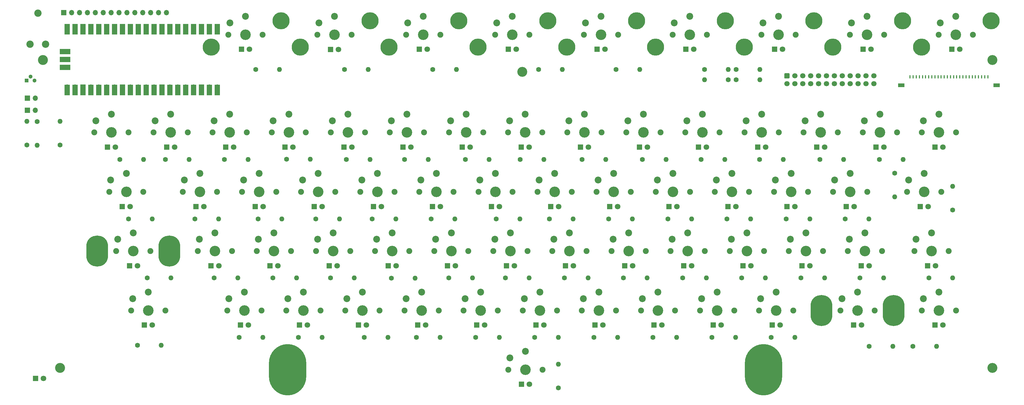
<source format=gbs>
G04 #@! TF.GenerationSoftware,KiCad,Pcbnew,(5.1.10)-1*
G04 #@! TF.CreationDate,2021-11-29T17:25:30-08:00*
G04 #@! TF.ProjectId,AtariChocXE,41746172-6943-4686-9f63-58452e6b6963,E*
G04 #@! TF.SameCoordinates,Original*
G04 #@! TF.FileFunction,Soldermask,Bot*
G04 #@! TF.FilePolarity,Negative*
%FSLAX46Y46*%
G04 Gerber Fmt 4.6, Leading zero omitted, Abs format (unit mm)*
G04 Created by KiCad (PCBNEW (5.1.10)-1) date 2021-11-29 17:25:30*
%MOMM*%
%LPD*%
G01*
G04 APERTURE LIST*
%ADD10R,1.800000X1.800000*%
%ADD11C,1.800000*%
%ADD12O,1.600000X1.600000*%
%ADD13C,1.600000*%
%ADD14O,1.700000X1.700000*%
%ADD15R,1.700000X1.700000*%
%ADD16R,1.700000X3.500000*%
%ADD17R,3.500000X1.700000*%
%ADD18C,2.200000*%
%ADD19C,1.900000*%
%ADD20C,3.400000*%
%ADD21O,12.000000X16.500000*%
%ADD22O,7.000000X10.000000*%
%ADD23C,5.500000*%
%ADD24C,2.340000*%
%ADD25R,1.300000X1.300000*%
%ADD26C,1.300000*%
%ADD27C,1.700000*%
%ADD28C,3.200000*%
%ADD29R,0.400000X1.000000*%
%ADD30R,2.000000X1.300000*%
G04 APERTURE END LIST*
D10*
X95590000Y-37300000D03*
D11*
X98130000Y-37300000D03*
D10*
X185590000Y-145060000D03*
D11*
X188130000Y-145060000D03*
D10*
X318490000Y-126010000D03*
D11*
X321030000Y-126010000D03*
D10*
X292290000Y-126010000D03*
D11*
X294830000Y-126010000D03*
D10*
X266190000Y-126010000D03*
D11*
X268730000Y-126010000D03*
D10*
X247190000Y-126010000D03*
D11*
X249730000Y-126010000D03*
D10*
X228190000Y-126010000D03*
D11*
X230730000Y-126010000D03*
D10*
X209190000Y-126010000D03*
D11*
X211730000Y-126010000D03*
D10*
X190190000Y-126010000D03*
D11*
X192730000Y-126010000D03*
D10*
X171190000Y-126010000D03*
D11*
X173730000Y-126010000D03*
D10*
X152190000Y-126010000D03*
D11*
X154730000Y-126010000D03*
D10*
X133190000Y-126010000D03*
D11*
X135730000Y-126010000D03*
D10*
X114190000Y-126010000D03*
D11*
X116730000Y-126010000D03*
D10*
X95190000Y-126010000D03*
D11*
X97730000Y-126010000D03*
D10*
X64340000Y-126010000D03*
D11*
X66880000Y-126010000D03*
D10*
X316140000Y-106960000D03*
D11*
X318680000Y-106960000D03*
D10*
X294740000Y-106960000D03*
D11*
X297280000Y-106960000D03*
D10*
X275740000Y-106960000D03*
D11*
X278280000Y-106960000D03*
D10*
X256740000Y-106960000D03*
D11*
X259280000Y-106960000D03*
D10*
X237740000Y-106960000D03*
D11*
X240280000Y-106960000D03*
D10*
X218740000Y-106960000D03*
D11*
X221280000Y-106960000D03*
D10*
X199740000Y-106960000D03*
D11*
X202280000Y-106960000D03*
D10*
X180740000Y-106960000D03*
D11*
X183280000Y-106960000D03*
D10*
X161740000Y-106960000D03*
D11*
X164280000Y-106960000D03*
D10*
X142740000Y-106960000D03*
D11*
X145280000Y-106960000D03*
D10*
X123740000Y-106960000D03*
D11*
X126280000Y-106960000D03*
D10*
X104740000Y-106960000D03*
D11*
X107280000Y-106960000D03*
D10*
X85740000Y-106960000D03*
D11*
X88280000Y-106960000D03*
D10*
X59540000Y-106960000D03*
D11*
X62080000Y-106960000D03*
D10*
X313740000Y-87860000D03*
D11*
X316280000Y-87860000D03*
D10*
X289940000Y-87860000D03*
D11*
X292480000Y-87860000D03*
D10*
X270940000Y-87860000D03*
D11*
X273480000Y-87860000D03*
D10*
X251940000Y-87860000D03*
D11*
X254480000Y-87860000D03*
D10*
X232940000Y-87860000D03*
D11*
X235480000Y-87860000D03*
D10*
X213940000Y-87860000D03*
D11*
X216480000Y-87860000D03*
D10*
X194940000Y-87860000D03*
D11*
X197480000Y-87860000D03*
D10*
X175940000Y-87860000D03*
D11*
X178480000Y-87860000D03*
D10*
X156940000Y-87860000D03*
D11*
X159480000Y-87860000D03*
D10*
X137940000Y-87860000D03*
D11*
X140480000Y-87860000D03*
D10*
X118940000Y-87860000D03*
D11*
X121480000Y-87860000D03*
D10*
X99940000Y-87860000D03*
D11*
X102480000Y-87860000D03*
D10*
X80940000Y-87860000D03*
D11*
X83480000Y-87860000D03*
D10*
X57240000Y-87860000D03*
D11*
X59780000Y-87860000D03*
D10*
X318490000Y-68760000D03*
D11*
X321030000Y-68760000D03*
D10*
X299490000Y-68760000D03*
D11*
X302030000Y-68760000D03*
D10*
X280490000Y-68760000D03*
D11*
X283030000Y-68760000D03*
D10*
X261490000Y-68760000D03*
D11*
X264030000Y-68760000D03*
D10*
X242490000Y-68760000D03*
D11*
X245030000Y-68760000D03*
D10*
X223490000Y-68760000D03*
D11*
X226030000Y-68760000D03*
D10*
X204490000Y-68760000D03*
D11*
X207030000Y-68760000D03*
D10*
X185490000Y-68760000D03*
D11*
X188030000Y-68760000D03*
D10*
X166490000Y-68760000D03*
D11*
X169030000Y-68760000D03*
D10*
X147490000Y-68760000D03*
D11*
X150030000Y-68760000D03*
D10*
X128490000Y-68760000D03*
D11*
X131030000Y-68760000D03*
D10*
X109490000Y-68760000D03*
D11*
X112030000Y-68760000D03*
D10*
X90490000Y-68760000D03*
D11*
X93030000Y-68760000D03*
D10*
X71490000Y-68760000D03*
D11*
X74030000Y-68760000D03*
D10*
X52490000Y-68760000D03*
D11*
X55030000Y-68760000D03*
D10*
X323890280Y-37300000D03*
D11*
X326430280Y-37300000D03*
D10*
X295388940Y-37300000D03*
D11*
X297928940Y-37300000D03*
D10*
X266900300Y-37300000D03*
D11*
X269440300Y-37300000D03*
D10*
X238391340Y-37300000D03*
D11*
X240931340Y-37300000D03*
D10*
X209897620Y-37300000D03*
D11*
X212437620Y-37300000D03*
D10*
X181315000Y-37300000D03*
D11*
X183855000Y-37300000D03*
D10*
X152740000Y-37306460D03*
D11*
X155280000Y-37306460D03*
D10*
X124160000Y-37310000D03*
D11*
X126700000Y-37310000D03*
D12*
X197410000Y-138640000D03*
D13*
X197410000Y-146260000D03*
D12*
X318980000Y-132860000D03*
D13*
X311360000Y-132860000D03*
D12*
X304930000Y-132860000D03*
D13*
X297310000Y-132860000D03*
D12*
X273430000Y-129960000D03*
D13*
X265810000Y-129960000D03*
D12*
X254430000Y-129960000D03*
D13*
X246810000Y-129960000D03*
D12*
X235430000Y-129960000D03*
D13*
X227810000Y-129960000D03*
D12*
X216430000Y-129960000D03*
D13*
X208810000Y-129960000D03*
D12*
X197430000Y-129960000D03*
D13*
X189810000Y-129960000D03*
D12*
X178430000Y-129960000D03*
D13*
X170810000Y-129960000D03*
D12*
X159430000Y-129960000D03*
D13*
X151810000Y-129960000D03*
D12*
X142630000Y-129960000D03*
D13*
X135010000Y-129960000D03*
D12*
X121430000Y-129960000D03*
D13*
X113810000Y-129960000D03*
D12*
X102430000Y-129960000D03*
D13*
X94810000Y-129960000D03*
D12*
X69730000Y-132510000D03*
D13*
X62110000Y-132510000D03*
D12*
X324130000Y-110860000D03*
D13*
X316510000Y-110860000D03*
D12*
X26560000Y-60490000D03*
D13*
X26560000Y-68110000D03*
D12*
X301980000Y-110860000D03*
D13*
X294360000Y-110860000D03*
D12*
X282980000Y-110860000D03*
D13*
X275360000Y-110860000D03*
D12*
X263980000Y-110860000D03*
D13*
X256360000Y-110860000D03*
D12*
X244980000Y-110860000D03*
D13*
X237360000Y-110860000D03*
D12*
X225980000Y-110860000D03*
D13*
X218360000Y-110860000D03*
D12*
X206980000Y-110860000D03*
D13*
X199360000Y-110860000D03*
D12*
X29860000Y-68130000D03*
D13*
X29860000Y-60510000D03*
D12*
X187980000Y-110860000D03*
D13*
X180360000Y-110860000D03*
D12*
X169830000Y-110860000D03*
D13*
X162210000Y-110860000D03*
D12*
X151380000Y-110910000D03*
D13*
X143760000Y-110910000D03*
D12*
X131830000Y-110860000D03*
D13*
X124210000Y-110860000D03*
D12*
X113280000Y-110860000D03*
D13*
X105660000Y-110860000D03*
D12*
X94380000Y-110860000D03*
D13*
X86760000Y-110860000D03*
D12*
X72830000Y-110860000D03*
D13*
X65210000Y-110860000D03*
D12*
X324160000Y-81340000D03*
D13*
X324160000Y-88960000D03*
D12*
X297230000Y-91910000D03*
D13*
X289610000Y-91910000D03*
D12*
X278230000Y-91860000D03*
D13*
X270610000Y-91860000D03*
D12*
X259230000Y-91910000D03*
D13*
X251610000Y-91910000D03*
D12*
X240230000Y-91910000D03*
D13*
X232610000Y-91910000D03*
D12*
X221180000Y-91910000D03*
D13*
X213560000Y-91910000D03*
D12*
X202180000Y-91910000D03*
D13*
X194560000Y-91910000D03*
D12*
X185030000Y-91910000D03*
D13*
X177410000Y-91910000D03*
D12*
X164180000Y-91860000D03*
D13*
X156560000Y-91860000D03*
D12*
X145180000Y-91860000D03*
D13*
X137560000Y-91860000D03*
D12*
X127030000Y-91860000D03*
D13*
X119410000Y-91860000D03*
D12*
X108530000Y-91860000D03*
D13*
X100910000Y-91860000D03*
D12*
X88180000Y-91860000D03*
D13*
X80560000Y-91860000D03*
D12*
X66830000Y-91860000D03*
D13*
X59210000Y-91860000D03*
D12*
X305510000Y-84780000D03*
D13*
X305510000Y-77160000D03*
D12*
X308280000Y-72710000D03*
D13*
X300660000Y-72710000D03*
D12*
X289080000Y-72710000D03*
D13*
X281460000Y-72710000D03*
D12*
X269730000Y-72710000D03*
D13*
X262110000Y-72710000D03*
D12*
X250930000Y-72710000D03*
D13*
X243310000Y-72710000D03*
D12*
X232080000Y-72710000D03*
D13*
X224460000Y-72710000D03*
D12*
X212680000Y-72710000D03*
D13*
X205060000Y-72710000D03*
D12*
X192780000Y-72710000D03*
D13*
X185160000Y-72710000D03*
D12*
X175130000Y-72710000D03*
D13*
X167510000Y-72710000D03*
D12*
X155580000Y-72710000D03*
D13*
X147960000Y-72710000D03*
D12*
X136880000Y-72710000D03*
D13*
X129260000Y-72710000D03*
D12*
X117680000Y-72660000D03*
D13*
X110060000Y-72660000D03*
D12*
X97710000Y-72710000D03*
D13*
X90090000Y-72710000D03*
D12*
X78730000Y-72710000D03*
D13*
X71110000Y-72710000D03*
D12*
X64030000Y-72710000D03*
D13*
X56410000Y-72710000D03*
D12*
X262203840Y-47062600D03*
D13*
X254583840Y-47062600D03*
D12*
X262214000Y-43786000D03*
D13*
X254594000Y-43786000D03*
D12*
X244434000Y-47088000D03*
D13*
X252054000Y-47088000D03*
D12*
X252054000Y-43786000D03*
D13*
X244434000Y-43786000D03*
D12*
X223606000Y-43786000D03*
D13*
X215986000Y-43786000D03*
D12*
X198714000Y-43786000D03*
D13*
X191094000Y-43786000D03*
D12*
X164678000Y-43786000D03*
D13*
X157058000Y-43786000D03*
D12*
X136260000Y-43786000D03*
D13*
X128640000Y-43786000D03*
D12*
X107782000Y-43786000D03*
D13*
X100162000Y-43786000D03*
D12*
X37220000Y-60425000D03*
D13*
X37220000Y-68045000D03*
D14*
X87740000Y-49480000D03*
X85200000Y-49480000D03*
D15*
X82660000Y-49480000D03*
D14*
X80120000Y-49480000D03*
X77580000Y-49480000D03*
X75040000Y-49480000D03*
X72500000Y-49480000D03*
D15*
X69960000Y-49480000D03*
D14*
X67420000Y-49480000D03*
X64880000Y-49480000D03*
X62340000Y-49480000D03*
X59800000Y-49480000D03*
D15*
X57260000Y-49480000D03*
D14*
X54720000Y-49480000D03*
X52180000Y-49480000D03*
X49640000Y-49480000D03*
X47100000Y-49480000D03*
D15*
X44560000Y-49480000D03*
D14*
X42020000Y-49480000D03*
X39480000Y-49480000D03*
X39480000Y-31700000D03*
X42020000Y-31700000D03*
D15*
X44560000Y-31700000D03*
D14*
X47100000Y-31700000D03*
X49640000Y-31700000D03*
X52180000Y-31700000D03*
X54720000Y-31700000D03*
D15*
X57260000Y-31700000D03*
D14*
X59800000Y-31700000D03*
X62340000Y-31700000D03*
X64880000Y-31700000D03*
X67420000Y-31700000D03*
D15*
X69960000Y-31700000D03*
D14*
X72500000Y-31700000D03*
X75040000Y-31700000D03*
X77580000Y-31700000D03*
X80120000Y-31700000D03*
D15*
X82660000Y-31700000D03*
D14*
X85200000Y-31700000D03*
X87740000Y-31700000D03*
D16*
X87740000Y-50380000D03*
X85200000Y-50380000D03*
X82660000Y-50380000D03*
X80120000Y-50380000D03*
X77580000Y-50380000D03*
X75040000Y-50380000D03*
X72500000Y-50380000D03*
X69960000Y-50380000D03*
X67420000Y-50380000D03*
X64880000Y-50380000D03*
X62340000Y-50380000D03*
X59800000Y-50380000D03*
X57260000Y-50380000D03*
X54720000Y-50380000D03*
X52180000Y-50380000D03*
X49640000Y-50380000D03*
X47100000Y-50380000D03*
X44560000Y-50380000D03*
X42020000Y-50380000D03*
X39480000Y-50380000D03*
X87740000Y-30800000D03*
X85200000Y-30800000D03*
X82660000Y-30800000D03*
X80120000Y-30800000D03*
X77580000Y-30800000D03*
X75040000Y-30800000D03*
X72500000Y-30800000D03*
X69960000Y-30800000D03*
X67420000Y-30800000D03*
X64880000Y-30800000D03*
X62340000Y-30800000D03*
X59800000Y-30800000D03*
X57260000Y-30800000D03*
X54720000Y-30800000D03*
X52180000Y-30800000D03*
X49640000Y-30800000D03*
X47100000Y-30800000D03*
X44560000Y-30800000D03*
X42020000Y-30800000D03*
X39480000Y-30800000D03*
D17*
X38810000Y-43130000D03*
D14*
X39710000Y-43130000D03*
D17*
X38810000Y-40590000D03*
D15*
X39710000Y-40590000D03*
D17*
X38810000Y-38050000D03*
D14*
X39710000Y-38050000D03*
D18*
X65610000Y-115430000D03*
X60610000Y-117530000D03*
D19*
X71110000Y-121330000D03*
X60110000Y-121330000D03*
D20*
X65610000Y-121330000D03*
D21*
X110360000Y-140380000D03*
X263360000Y-140380000D03*
D18*
X186860000Y-134480000D03*
X181860000Y-136580000D03*
D19*
X192360000Y-140380000D03*
X181360000Y-140380000D03*
D20*
X186860000Y-140380000D03*
D22*
X305185000Y-121330000D03*
X281985000Y-121330000D03*
D18*
X293585000Y-115430000D03*
X288585000Y-117530000D03*
D19*
X299085000Y-121330000D03*
X288085000Y-121330000D03*
D20*
X293585000Y-121330000D03*
D22*
X72400000Y-102230000D03*
X49200000Y-102230000D03*
D18*
X60800000Y-96330000D03*
X55800000Y-98430000D03*
D19*
X66300000Y-102230000D03*
X55300000Y-102230000D03*
D20*
X60800000Y-102230000D03*
D18*
X58520000Y-77260000D03*
X53520000Y-79360000D03*
D19*
X64020000Y-83160000D03*
X53020000Y-83160000D03*
D20*
X58520000Y-83160000D03*
D18*
X315020000Y-77260000D03*
X310020000Y-79360000D03*
D19*
X320520000Y-83160000D03*
X309520000Y-83160000D03*
D20*
X315020000Y-83160000D03*
D18*
X317400000Y-96330000D03*
X312400000Y-98430000D03*
D19*
X322900000Y-102230000D03*
X311900000Y-102230000D03*
D20*
X317400000Y-102230000D03*
D19*
X90960000Y-121330000D03*
X101960000Y-121330000D03*
D20*
X96460000Y-121330000D03*
D18*
X91460000Y-117530000D03*
X96460000Y-115430000D03*
D19*
X171720000Y-83160000D03*
X182720000Y-83160000D03*
D20*
X177220000Y-83160000D03*
D18*
X172220000Y-79360000D03*
X177220000Y-77260000D03*
D19*
X109960000Y-121330000D03*
X120960000Y-121330000D03*
D20*
X115460000Y-121330000D03*
D18*
X110460000Y-117530000D03*
X115460000Y-115430000D03*
D19*
X95720000Y-83160000D03*
X106720000Y-83160000D03*
D20*
X101220000Y-83160000D03*
D18*
X96220000Y-79360000D03*
X101220000Y-77260000D03*
D19*
X190720000Y-83160000D03*
X201720000Y-83160000D03*
D20*
X196220000Y-83160000D03*
D18*
X191220000Y-79360000D03*
X196220000Y-77260000D03*
D19*
X152720000Y-83160000D03*
X163720000Y-83160000D03*
D20*
X158220000Y-83160000D03*
D18*
X153220000Y-79360000D03*
X158220000Y-77260000D03*
D19*
X290500000Y-102230000D03*
X301500000Y-102230000D03*
D20*
X296000000Y-102230000D03*
D18*
X291000000Y-98430000D03*
X296000000Y-96330000D03*
D19*
X261960000Y-121330000D03*
X272960000Y-121330000D03*
D20*
X267460000Y-121330000D03*
D18*
X262460000Y-117530000D03*
X267460000Y-115430000D03*
D19*
X252500000Y-102230000D03*
X263500000Y-102230000D03*
D20*
X258000000Y-102230000D03*
D18*
X253000000Y-98430000D03*
X258000000Y-96330000D03*
D19*
X100500000Y-102230000D03*
X111500000Y-102230000D03*
D20*
X106000000Y-102230000D03*
D18*
X101000000Y-98430000D03*
X106000000Y-96330000D03*
D19*
X133720000Y-83160000D03*
X144720000Y-83160000D03*
D20*
X139220000Y-83160000D03*
D18*
X134220000Y-79360000D03*
X139220000Y-77260000D03*
D19*
X76720000Y-83160000D03*
X87720000Y-83160000D03*
D20*
X82220000Y-83160000D03*
D18*
X77220000Y-79360000D03*
X82220000Y-77260000D03*
D19*
X271500000Y-102230000D03*
X282500000Y-102230000D03*
D20*
X277000000Y-102230000D03*
D18*
X272000000Y-98430000D03*
X277000000Y-96330000D03*
D19*
X242960000Y-121330000D03*
X253960000Y-121330000D03*
D20*
X248460000Y-121330000D03*
D18*
X243460000Y-117530000D03*
X248460000Y-115430000D03*
D19*
X247720000Y-83160000D03*
X258720000Y-83160000D03*
D20*
X253220000Y-83160000D03*
D18*
X248220000Y-79360000D03*
X253220000Y-77260000D03*
D19*
X228720000Y-83160000D03*
X239720000Y-83160000D03*
D20*
X234220000Y-83160000D03*
D18*
X229220000Y-79360000D03*
X234220000Y-77260000D03*
D19*
X185960000Y-121330000D03*
X196960000Y-121330000D03*
D20*
X191460000Y-121330000D03*
D18*
X186460000Y-117530000D03*
X191460000Y-115430000D03*
D19*
X204960000Y-121330000D03*
X215960000Y-121330000D03*
D20*
X210460000Y-121330000D03*
D18*
X205460000Y-117530000D03*
X210460000Y-115430000D03*
D19*
X257260000Y-64060000D03*
X268260000Y-64060000D03*
D20*
X262760000Y-64060000D03*
D18*
X257760000Y-60260000D03*
X262760000Y-58160000D03*
D19*
X233500000Y-102230000D03*
X244500000Y-102230000D03*
D20*
X239000000Y-102230000D03*
D18*
X234000000Y-98430000D03*
X239000000Y-96330000D03*
D19*
X214500000Y-102230000D03*
X225500000Y-102230000D03*
D20*
X220000000Y-102230000D03*
D18*
X215000000Y-98430000D03*
X220000000Y-96330000D03*
D19*
X195500000Y-102230000D03*
X206500000Y-102230000D03*
D20*
X201000000Y-102230000D03*
D18*
X196000000Y-98430000D03*
X201000000Y-96330000D03*
D19*
X314260000Y-121330000D03*
X325260000Y-121330000D03*
D20*
X319760000Y-121330000D03*
D18*
X314760000Y-117530000D03*
X319760000Y-115430000D03*
D19*
X209720000Y-83160000D03*
X220720000Y-83160000D03*
D20*
X215220000Y-83160000D03*
D18*
X210220000Y-79360000D03*
X215220000Y-77260000D03*
D19*
X176500000Y-102230000D03*
X187500000Y-102230000D03*
D20*
X182000000Y-102230000D03*
D18*
X177000000Y-98430000D03*
X182000000Y-96330000D03*
D19*
X276260000Y-64060000D03*
X287260000Y-64060000D03*
D20*
X281760000Y-64060000D03*
D18*
X276760000Y-60260000D03*
X281760000Y-58160000D03*
D19*
X157500000Y-102230000D03*
X168500000Y-102230000D03*
D20*
X163000000Y-102230000D03*
D18*
X158000000Y-98430000D03*
X163000000Y-96330000D03*
D19*
X138500000Y-102230000D03*
X149500000Y-102230000D03*
D20*
X144000000Y-102230000D03*
D18*
X139000000Y-98430000D03*
X144000000Y-96330000D03*
D19*
X48260000Y-64060000D03*
X59260000Y-64060000D03*
D20*
X53760000Y-64060000D03*
D18*
X48760000Y-60260000D03*
X53760000Y-58160000D03*
D19*
X285720000Y-83160000D03*
X296720000Y-83160000D03*
D20*
X291220000Y-83160000D03*
D18*
X286220000Y-79360000D03*
X291220000Y-77260000D03*
D19*
X114720000Y-83160000D03*
X125720000Y-83160000D03*
D20*
X120220000Y-83160000D03*
D18*
X115220000Y-79360000D03*
X120220000Y-77260000D03*
D19*
X295260000Y-64060000D03*
X306260000Y-64060000D03*
D20*
X300760000Y-64060000D03*
D18*
X295760000Y-60260000D03*
X300760000Y-58160000D03*
D19*
X266720000Y-83160000D03*
X277720000Y-83160000D03*
D20*
X272220000Y-83160000D03*
D18*
X267220000Y-79360000D03*
X272220000Y-77260000D03*
D19*
X119500000Y-102230000D03*
X130500000Y-102230000D03*
D20*
X125000000Y-102230000D03*
D18*
X120000000Y-98430000D03*
X125000000Y-96330000D03*
D19*
X223960000Y-121330000D03*
X234960000Y-121330000D03*
D20*
X229460000Y-121330000D03*
D18*
X224460000Y-117530000D03*
X229460000Y-115430000D03*
D19*
X128960000Y-121330000D03*
X139960000Y-121330000D03*
D20*
X134460000Y-121330000D03*
D18*
X129460000Y-117530000D03*
X134460000Y-115430000D03*
D19*
X314260000Y-64060000D03*
X325260000Y-64060000D03*
D20*
X319760000Y-64060000D03*
D18*
X314760000Y-60260000D03*
X319760000Y-58160000D03*
D19*
X166960000Y-121330000D03*
X177960000Y-121330000D03*
D20*
X172460000Y-121330000D03*
D18*
X167460000Y-117530000D03*
X172460000Y-115430000D03*
D19*
X81500000Y-102230000D03*
X92500000Y-102230000D03*
D20*
X87000000Y-102230000D03*
D18*
X82000000Y-98430000D03*
X87000000Y-96330000D03*
D19*
X219260000Y-64060000D03*
X230260000Y-64060000D03*
D20*
X224760000Y-64060000D03*
D18*
X219760000Y-60260000D03*
X224760000Y-58160000D03*
D19*
X200260000Y-64060000D03*
X211260000Y-64060000D03*
D20*
X205760000Y-64060000D03*
D18*
X200760000Y-60260000D03*
X205760000Y-58160000D03*
D19*
X181260000Y-64060000D03*
X192260000Y-64060000D03*
D20*
X186760000Y-64060000D03*
D18*
X181760000Y-60260000D03*
X186760000Y-58160000D03*
D19*
X162260000Y-64060000D03*
X173260000Y-64060000D03*
D20*
X167760000Y-64060000D03*
D18*
X162760000Y-60260000D03*
X167760000Y-58160000D03*
D19*
X143260000Y-64060000D03*
X154260000Y-64060000D03*
D20*
X148760000Y-64060000D03*
D18*
X143760000Y-60260000D03*
X148760000Y-58160000D03*
D19*
X124260000Y-64060000D03*
X135260000Y-64060000D03*
D20*
X129760000Y-64060000D03*
D18*
X124760000Y-60260000D03*
X129760000Y-58160000D03*
D19*
X105260000Y-64060000D03*
X116260000Y-64060000D03*
D20*
X110760000Y-64060000D03*
D18*
X105760000Y-60260000D03*
X110760000Y-58160000D03*
D19*
X86260000Y-64060000D03*
X97260000Y-64060000D03*
D20*
X91760000Y-64060000D03*
D18*
X86760000Y-60260000D03*
X91760000Y-58160000D03*
D19*
X67260000Y-64060000D03*
X78260000Y-64060000D03*
D20*
X72760000Y-64060000D03*
D18*
X67760000Y-60260000D03*
X72760000Y-58160000D03*
D19*
X238260000Y-64060000D03*
X249260000Y-64060000D03*
D20*
X243760000Y-64060000D03*
D18*
X238760000Y-60260000D03*
X243760000Y-58160000D03*
D19*
X147960000Y-121330000D03*
X158960000Y-121330000D03*
D20*
X153460000Y-121330000D03*
D18*
X148460000Y-117530000D03*
X153460000Y-115430000D03*
D23*
X308060000Y-28110000D03*
X285660000Y-36610000D03*
D18*
X296660000Y-26710000D03*
X291660000Y-28810000D03*
D19*
X302160000Y-32610000D03*
X291160000Y-32610000D03*
D20*
X296660000Y-32610000D03*
D23*
X193985000Y-28110000D03*
X171585000Y-36610000D03*
D18*
X182585000Y-26710000D03*
X177585000Y-28810000D03*
D19*
X188085000Y-32610000D03*
X177085000Y-32610000D03*
D20*
X182585000Y-32610000D03*
D23*
X165410000Y-28110000D03*
X143010000Y-36610000D03*
D18*
X154010000Y-26710000D03*
X149010000Y-28810000D03*
D19*
X159510000Y-32610000D03*
X148510000Y-32610000D03*
D20*
X154010000Y-32610000D03*
D23*
X136835000Y-28110000D03*
X114435000Y-36610000D03*
D18*
X125435000Y-26710000D03*
X120435000Y-28810000D03*
D19*
X130935000Y-32610000D03*
X119935000Y-32610000D03*
D20*
X125435000Y-32610000D03*
D23*
X108260000Y-28110000D03*
X85860000Y-36610000D03*
D18*
X96860000Y-26710000D03*
X91860000Y-28810000D03*
D19*
X102360000Y-32610000D03*
X91360000Y-32610000D03*
D20*
X96860000Y-32610000D03*
D23*
X251060000Y-28110000D03*
X228660000Y-36610000D03*
D18*
X239660000Y-26710000D03*
X234660000Y-28810000D03*
D19*
X245160000Y-32610000D03*
X234160000Y-32610000D03*
D20*
X239660000Y-32610000D03*
D23*
X279560000Y-28110000D03*
X257160000Y-36610000D03*
D18*
X268160000Y-26710000D03*
X263160000Y-28810000D03*
D19*
X273660000Y-32610000D03*
X262660000Y-32610000D03*
D20*
X268160000Y-32610000D03*
D23*
X336560000Y-28110000D03*
X314160000Y-36610000D03*
D18*
X325160000Y-26710000D03*
X320160000Y-28810000D03*
D19*
X330660000Y-32610000D03*
X319660000Y-32610000D03*
D20*
X325160000Y-32610000D03*
D23*
X222560000Y-28110000D03*
X200160000Y-36610000D03*
D18*
X211160000Y-26710000D03*
X206160000Y-28810000D03*
D19*
X216660000Y-32610000D03*
X205660000Y-32610000D03*
D20*
X211160000Y-32610000D03*
D24*
X32598000Y-35658000D03*
X30098000Y-25658000D03*
X27598000Y-35658000D03*
D25*
X26502000Y-47342000D03*
D26*
X29042000Y-47342000D03*
X27772000Y-46072000D03*
D14*
X29272000Y-56938000D03*
D15*
X26732000Y-56938000D03*
D14*
X29272000Y-53048000D03*
D15*
X26732000Y-53048000D03*
G36*
G01*
X270300000Y-44970000D02*
X271500000Y-44970000D01*
G75*
G02*
X271750000Y-45220000I0J-250000D01*
G01*
X271750000Y-46420000D01*
G75*
G02*
X271500000Y-46670000I-250000J0D01*
G01*
X270300000Y-46670000D01*
G75*
G02*
X270050000Y-46420000I0J250000D01*
G01*
X270050000Y-45220000D01*
G75*
G02*
X270300000Y-44970000I250000J0D01*
G01*
G37*
D27*
X273440000Y-45820000D03*
X275980000Y-45820000D03*
X278520000Y-45820000D03*
X281060000Y-45820000D03*
X283600000Y-45820000D03*
X286140000Y-45820000D03*
X288680000Y-45820000D03*
X291220000Y-45820000D03*
X293760000Y-45820000D03*
X296300000Y-45820000D03*
X298840000Y-45820000D03*
X270900000Y-48360000D03*
X273440000Y-48360000D03*
X275980000Y-48360000D03*
X278520000Y-48360000D03*
X281060000Y-48360000D03*
X283600000Y-48360000D03*
X286140000Y-48360000D03*
X288680000Y-48360000D03*
X291220000Y-48360000D03*
X293760000Y-48360000D03*
X296300000Y-48360000D03*
X298840000Y-48360000D03*
D28*
X31750000Y-40740000D03*
X185810000Y-44550000D03*
X336940000Y-139800000D03*
X336940000Y-40740000D03*
X37220000Y-139800000D03*
D29*
X310470000Y-46180000D03*
X311470000Y-46180000D03*
X312470000Y-46180000D03*
X313470000Y-46180000D03*
X314470000Y-46180000D03*
X315470000Y-46180000D03*
X316470000Y-46180000D03*
X317470000Y-46180000D03*
X318470000Y-46180000D03*
X319470000Y-46180000D03*
X320470000Y-46180000D03*
X321470000Y-46180000D03*
X322470000Y-46180000D03*
X323470000Y-46180000D03*
X324470000Y-46180000D03*
X325470000Y-46180000D03*
X326470000Y-46180000D03*
X327470000Y-46180000D03*
X328470000Y-46180000D03*
X329470000Y-46180000D03*
X330470000Y-46180000D03*
X331470000Y-46180000D03*
X332470000Y-46180000D03*
X333470000Y-46180000D03*
X334470000Y-46180000D03*
X335470000Y-46180000D03*
D30*
X307670000Y-48880000D03*
X338270000Y-48880000D03*
D15*
X38440000Y-25500000D03*
D14*
X40980000Y-25500000D03*
X43520000Y-25500000D03*
X46060000Y-25500000D03*
X48600000Y-25500000D03*
X51140000Y-25500000D03*
X53680000Y-25500000D03*
X56220000Y-25500000D03*
X58760000Y-25500000D03*
X61300000Y-25500000D03*
X63840000Y-25500000D03*
X66380000Y-25500000D03*
X68920000Y-25500000D03*
X71460000Y-25500000D03*
D11*
X31900000Y-143200000D03*
D10*
X29360000Y-143200000D03*
M02*

</source>
